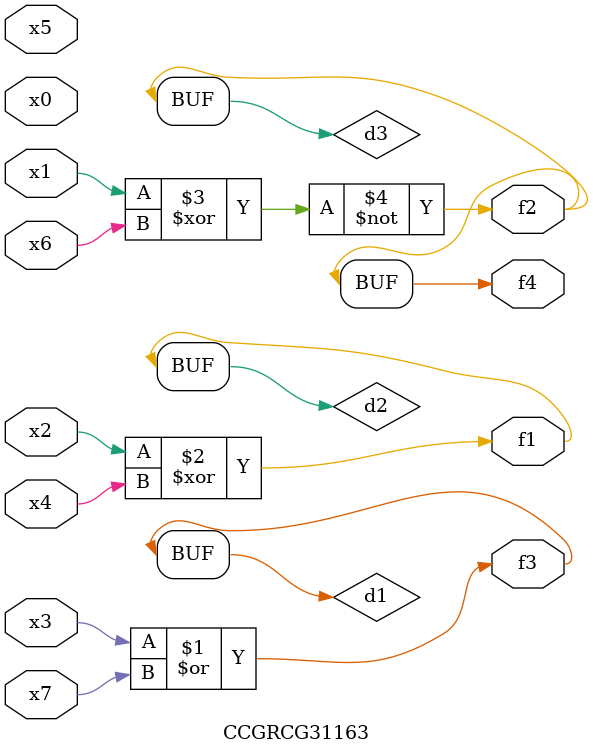
<source format=v>
module CCGRCG31163(
	input x0, x1, x2, x3, x4, x5, x6, x7,
	output f1, f2, f3, f4
);

	wire d1, d2, d3;

	or (d1, x3, x7);
	xor (d2, x2, x4);
	xnor (d3, x1, x6);
	assign f1 = d2;
	assign f2 = d3;
	assign f3 = d1;
	assign f4 = d3;
endmodule

</source>
